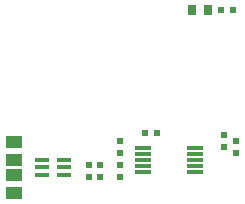
<source format=gbr>
%TF.GenerationSoftware,Altium Limited,Altium Designer,21.2.2 (38)*%
G04 Layer_Color=8421504*
%FSLAX45Y45*%
%MOMM*%
%TF.SameCoordinates,DC8D9031-FEEE-4EB9-A140-7D2FD38E5C7C*%
%TF.FilePolarity,Positive*%
%TF.FileFunction,Paste,Top*%
%TF.Part,Single*%
G01*
G75*
%TA.AperFunction,SMDPad,CuDef*%
%ADD10R,1.40000X1.10000*%
%ADD11R,0.60000X0.50000*%
%ADD12R,0.50000X0.60000*%
%ADD13R,1.45000X0.30000*%
%ADD14R,0.80000X0.90000*%
G04:AMPARAMS|DCode=15|XSize=1.19mm|YSize=0.4mm|CornerRadius=0.05mm|HoleSize=0mm|Usage=FLASHONLY|Rotation=0.000|XOffset=0mm|YOffset=0mm|HoleType=Round|Shape=RoundedRectangle|*
%AMROUNDEDRECTD15*
21,1,1.19000,0.30000,0,0,0.0*
21,1,1.09000,0.40000,0,0,0.0*
1,1,0.10000,0.54500,-0.15000*
1,1,0.10000,-0.54500,-0.15000*
1,1,0.10000,-0.54500,0.15000*
1,1,0.10000,0.54500,0.15000*
%
%ADD15ROUNDEDRECTD15*%
D10*
X880000Y1985000D02*
D03*
Y1835000D02*
D03*
X880000Y1555000D02*
D03*
Y1705000D02*
D03*
D11*
X2760000Y1990000D02*
D03*
Y1890000D02*
D03*
X2660000Y2040000D02*
D03*
Y1940000D02*
D03*
X1780000Y1690000D02*
D03*
Y1790000D02*
D03*
Y1990000D02*
D03*
Y1890000D02*
D03*
D12*
X1510000Y1790000D02*
D03*
X1610000D02*
D03*
X1510000Y1690000D02*
D03*
X1610000D02*
D03*
X1990000Y2060000D02*
D03*
X2090000D02*
D03*
X2730000Y3105000D02*
D03*
X2630000D02*
D03*
D13*
X2410000Y1730000D02*
D03*
Y1780000D02*
D03*
Y1830000D02*
D03*
Y1880000D02*
D03*
Y1930000D02*
D03*
X1970000D02*
D03*
Y1880000D02*
D03*
Y1830000D02*
D03*
Y1780000D02*
D03*
Y1730000D02*
D03*
D14*
X2525000Y3105000D02*
D03*
X2385000D02*
D03*
D15*
X1114000Y1835000D02*
D03*
Y1770000D02*
D03*
Y1705000D02*
D03*
X1306000D02*
D03*
Y1770000D02*
D03*
Y1835000D02*
D03*
%TF.MD5,7d6d7c50774e801a414912aea697fa3c*%
M02*

</source>
